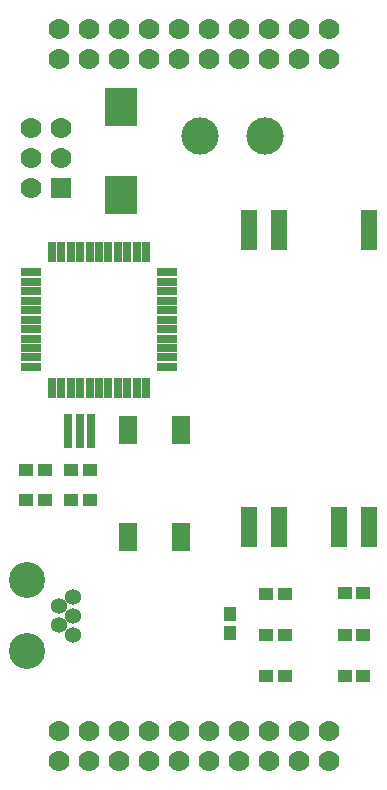
<source format=gts>
*
*
G04 PADS 9.3.1 Build Number: 456998 generated Gerber (RS-274-X) file*
G04 PC Version=2.1*
*
%IN "BrainBoard.pcb"*%
*
%MOIN*%
*
%FSLAX35Y35*%
*
*
*
*
G04 PC Standard Apertures*
*
*
G04 Thermal Relief Aperture macro.*
%AMTER*
1,1,$1,0,0*
1,0,$1-$2,0,0*
21,0,$3,$4,0,0,45*
21,0,$3,$4,0,0,135*
%
*
*
G04 Annular Aperture macro.*
%AMANN*
1,1,$1,0,0*
1,0,$2,0,0*
%
*
*
G04 Odd Aperture macro.*
%AMODD*
1,1,$1,0,0*
1,0,$1-0.005,0,0*
%
*
*
G04 PC Custom Aperture Macros*
*
*
*
*
*
*
G04 PC Aperture Table*
*
%ADD010C,0.001*%
%ADD042R,0.048X0.04*%
%ADD048R,0.04X0.048*%
%ADD051C,0.07*%
%ADD053R,0.07X0.07*%
%ADD054R,0.06118X0.09268*%
%ADD163R,0.06906X0.03165*%
%ADD164R,0.03165X0.06906*%
%ADD178C,0.05331*%
%ADD179C,0.12024*%
%ADD184C,0.12417*%
%ADD194R,0.105X0.13*%
%ADD195R,0.02969X0.11236*%
%ADD196R,0.05724X0.13598*%
*
*
*
*
G04 PC Circuitry*
G04 Layer Name BrainBoard.pcb - circuitry*
%LPD*%
*
*
G04 PC Custom Flashes*
G04 Layer Name BrainBoard.pcb - flashes*
%LPD*%
*
*
G04 PC Circuitry*
G04 Layer Name BrainBoard.pcb - circuitry*
%LPD*%
*
G54D10*
G54D42*
G01X96163Y36754D03*
X89963D03*
X96163Y50504D03*
X89963D03*
X9963Y105504D03*
X16163D03*
X9963Y95504D03*
X16163D03*
X31163D03*
X24963D03*
X116213Y64254D03*
X122413D03*
Y50504D03*
X116213D03*
X122413Y36754D03*
X116213D03*
X96163Y64126D03*
X89963D03*
X31163Y105504D03*
X24963D03*
G54D48*
X78063Y57354D03*
Y51154D03*
G54D51*
X11813Y219254D03*
X21813D03*
X11813Y209254D03*
X21813D03*
X11813Y199254D03*
X21067Y8508D03*
Y18508D03*
X31067Y8508D03*
Y18508D03*
X41067Y8508D03*
Y18508D03*
X51067Y8508D03*
Y18508D03*
X61067Y8508D03*
Y18508D03*
X71067Y8508D03*
Y18508D03*
X81067Y8508D03*
Y18508D03*
X91067Y8508D03*
Y18508D03*
X101067Y8508D03*
Y18508D03*
X111067Y8508D03*
Y18508D03*
X21067Y242258D03*
Y252258D03*
X31067Y242258D03*
Y252258D03*
X41067Y242258D03*
Y252258D03*
X51067Y242258D03*
Y252258D03*
X61067Y242258D03*
Y252258D03*
X71067Y242258D03*
Y252258D03*
X81067Y242258D03*
Y252258D03*
X91067Y242258D03*
Y252258D03*
X101067Y242258D03*
Y252258D03*
X111067Y242258D03*
Y252258D03*
G54D53*
X21813Y199254D03*
G54D54*
X44018Y118831D03*
Y83004D03*
X61813Y118831D03*
Y83004D03*
G54D163*
X56951Y139756D03*
Y142906D03*
Y146055D03*
Y149205D03*
Y152354D03*
Y155504D03*
Y158654D03*
Y161803D03*
Y164953D03*
Y168102D03*
Y171252D03*
X11675D03*
Y168102D03*
Y164953D03*
Y161803D03*
Y158654D03*
Y155504D03*
Y152354D03*
Y149205D03*
Y146055D03*
Y142906D03*
Y139756D03*
G54D164*
X50061Y178142D03*
X46911D03*
X43762D03*
X40612D03*
X37463D03*
X34313D03*
X31163D03*
X28014D03*
X24864D03*
X21715D03*
X18565D03*
Y132866D03*
X21715D03*
X24864D03*
X28014D03*
X31163D03*
X34313D03*
X37463D03*
X40612D03*
X43762D03*
X46911D03*
X50061D03*
G54D178*
X25563Y63102D03*
X20839Y59953D03*
X25563Y56803D03*
X20839Y53654D03*
X25563Y50504D03*
G54D179*
X10406Y44992D03*
Y68614D03*
G54D184*
X68063Y216754D03*
X89717D03*
G54D194*
X41813Y226504D03*
Y197004D03*
G54D195*
X31813Y118508D03*
X27876D03*
X23939D03*
G54D196*
X124313Y185504D03*
X94313D03*
X84313D03*
Y86291D03*
X94313D03*
X114313D03*
X124313D03*
X0Y0D02*
M02*

</source>
